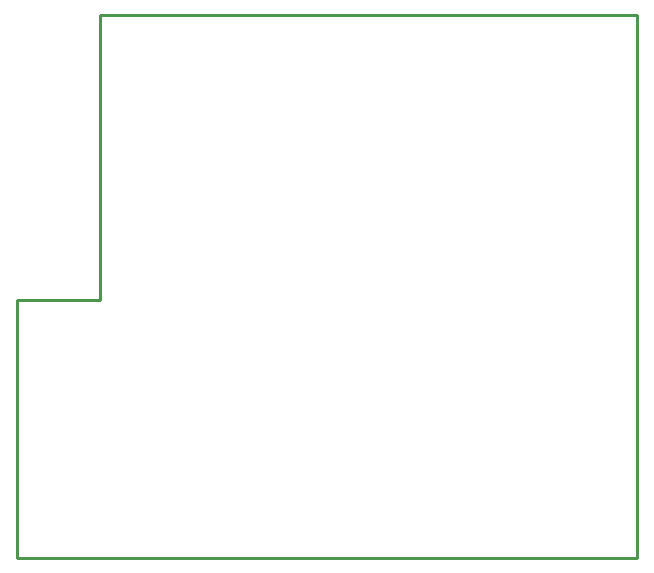
<source format=gko>
G04 Layer: BoardOutlineLayer*
G04 EasyEDA v6.5.39, 2024-01-10 16:20:09*
G04 85b321e934e241e88075cb939218c85a,3d9c8b04885e45b7839bd8e85c0fd600,10*
G04 Gerber Generator version 0.2*
G04 Scale: 100 percent, Rotated: No, Reflected: No *
G04 Dimensions in millimeters *
G04 leading zeros omitted , absolute positions ,4 integer and 5 decimal *
%FSLAX45Y45*%
%MOMM*%

%ADD10C,0.2540*%
D10*
X-500123Y980003D02*
G01*
X199999Y980003D01*
X199999Y3400003D01*
X4750048Y3400000D01*
X4750048Y-1200000D01*
X199999Y-1200000D01*
X199999Y-1200000D01*
X-500001Y-1200000D01*
X-500001Y980003D01*

%LPD*%
M02*

</source>
